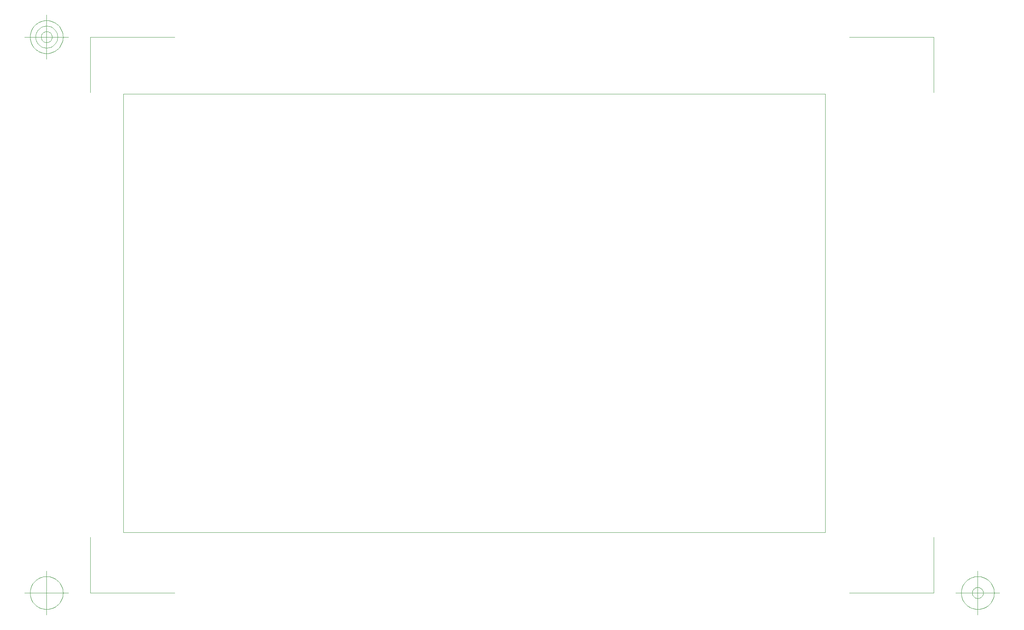
<source format=gbr>
G04 Generated by Ultiboard *
%FSLAX25Y25*%
%MOIN*%

%ADD10C,0.00004*%
%ADD11C,0.00394*%


%LNBoard Outline*%
%LPD*%
%FSLAX25Y25*%
%MOIN*%
G54D10*
X0Y0D02*
X629921Y0D01*
X629921Y0D02*
X629921Y393701D01*
X629921Y393701D02*
X0Y393701D01*
X0Y393701D02*
X0Y0D01*
G54D11*
X-29400Y-54400D02*
X-29400Y-4487D01*
X-29400Y-54400D02*
X46263Y-54400D01*
X727233Y-54400D02*
X651570Y-54400D01*
X727233Y-54400D02*
X727233Y-4487D01*
X727233Y444733D02*
X727233Y394820D01*
X727233Y444733D02*
X651570Y444733D01*
X-29400Y444733D02*
X46263Y444733D01*
X-29400Y444733D02*
X-29400Y394820D01*
X-49085Y-54400D02*
X-88455Y-54400D01*
X-68770Y-74085D02*
X-68770Y-34715D01*
X-54006Y-54400D02*
X-54077Y-52953D01*
X-54077Y-52953D02*
X-54290Y-51520D01*
X-54290Y-51520D02*
X-54642Y-50114D01*
X-54642Y-50114D02*
X-55130Y-48750D01*
X-55130Y-48750D02*
X-55750Y-47440D01*
X-55750Y-47440D02*
X-56494Y-46198D01*
X-56494Y-46198D02*
X-57358Y-45034D01*
X-57358Y-45034D02*
X-58331Y-43960D01*
X-58331Y-43960D02*
X-59404Y-42987D01*
X-59404Y-42987D02*
X-60568Y-42124D01*
X-60568Y-42124D02*
X-61810Y-41380D01*
X-61810Y-41380D02*
X-63120Y-40760D01*
X-63120Y-40760D02*
X-64484Y-40272D01*
X-64484Y-40272D02*
X-65890Y-39920D01*
X-65890Y-39920D02*
X-67323Y-39707D01*
X-67323Y-39707D02*
X-68770Y-39636D01*
X-68770Y-39636D02*
X-70217Y-39707D01*
X-70217Y-39707D02*
X-71650Y-39920D01*
X-71650Y-39920D02*
X-73056Y-40272D01*
X-73056Y-40272D02*
X-74420Y-40760D01*
X-74420Y-40760D02*
X-75730Y-41380D01*
X-75730Y-41380D02*
X-76972Y-42124D01*
X-76972Y-42124D02*
X-78136Y-42987D01*
X-78136Y-42987D02*
X-79210Y-43960D01*
X-79210Y-43960D02*
X-80183Y-45034D01*
X-80183Y-45034D02*
X-81046Y-46198D01*
X-81046Y-46198D02*
X-81791Y-47440D01*
X-81791Y-47440D02*
X-82410Y-48750D01*
X-82410Y-48750D02*
X-82898Y-50114D01*
X-82898Y-50114D02*
X-83250Y-51520D01*
X-83250Y-51520D02*
X-83463Y-52953D01*
X-83463Y-52953D02*
X-83534Y-54400D01*
X-83534Y-54400D02*
X-83463Y-55847D01*
X-83463Y-55847D02*
X-83250Y-57280D01*
X-83250Y-57280D02*
X-82898Y-58686D01*
X-82898Y-58686D02*
X-82410Y-60050D01*
X-82410Y-60050D02*
X-81791Y-61360D01*
X-81791Y-61360D02*
X-81046Y-62602D01*
X-81046Y-62602D02*
X-80183Y-63766D01*
X-80183Y-63766D02*
X-79210Y-64840D01*
X-79210Y-64840D02*
X-78136Y-65813D01*
X-78136Y-65813D02*
X-76972Y-66676D01*
X-76972Y-66676D02*
X-75730Y-67420D01*
X-75730Y-67420D02*
X-74420Y-68040D01*
X-74420Y-68040D02*
X-73056Y-68528D01*
X-73056Y-68528D02*
X-71650Y-68880D01*
X-71650Y-68880D02*
X-70217Y-69093D01*
X-70217Y-69093D02*
X-68770Y-69164D01*
X-68770Y-69164D02*
X-67323Y-69093D01*
X-67323Y-69093D02*
X-65890Y-68880D01*
X-65890Y-68880D02*
X-64484Y-68528D01*
X-64484Y-68528D02*
X-63120Y-68040D01*
X-63120Y-68040D02*
X-61810Y-67420D01*
X-61810Y-67420D02*
X-60568Y-66676D01*
X-60568Y-66676D02*
X-59404Y-65813D01*
X-59404Y-65813D02*
X-58331Y-64840D01*
X-58331Y-64840D02*
X-57358Y-63766D01*
X-57358Y-63766D02*
X-56494Y-62602D01*
X-56494Y-62602D02*
X-55750Y-61360D01*
X-55750Y-61360D02*
X-55130Y-60050D01*
X-55130Y-60050D02*
X-54642Y-58686D01*
X-54642Y-58686D02*
X-54290Y-57280D01*
X-54290Y-57280D02*
X-54077Y-55847D01*
X-54077Y-55847D02*
X-54006Y-54400D01*
X746918Y-54400D02*
X786288Y-54400D01*
X766603Y-74085D02*
X766603Y-34715D01*
X781367Y-54400D02*
X781296Y-52953D01*
X781296Y-52953D02*
X781084Y-51520D01*
X781084Y-51520D02*
X780731Y-50114D01*
X780731Y-50114D02*
X780243Y-48750D01*
X780243Y-48750D02*
X779624Y-47440D01*
X779624Y-47440D02*
X778879Y-46198D01*
X778879Y-46198D02*
X778016Y-45034D01*
X778016Y-45034D02*
X777043Y-43960D01*
X777043Y-43960D02*
X775969Y-42987D01*
X775969Y-42987D02*
X774806Y-42124D01*
X774806Y-42124D02*
X773563Y-41380D01*
X773563Y-41380D02*
X772253Y-40760D01*
X772253Y-40760D02*
X770889Y-40272D01*
X770889Y-40272D02*
X769484Y-39920D01*
X769484Y-39920D02*
X768051Y-39707D01*
X768051Y-39707D02*
X766603Y-39636D01*
X766603Y-39636D02*
X765156Y-39707D01*
X765156Y-39707D02*
X763723Y-39920D01*
X763723Y-39920D02*
X762318Y-40272D01*
X762318Y-40272D02*
X760954Y-40760D01*
X760954Y-40760D02*
X759644Y-41380D01*
X759644Y-41380D02*
X758401Y-42124D01*
X758401Y-42124D02*
X757237Y-42987D01*
X757237Y-42987D02*
X756164Y-43960D01*
X756164Y-43960D02*
X755191Y-45034D01*
X755191Y-45034D02*
X754328Y-46198D01*
X754328Y-46198D02*
X753583Y-47440D01*
X753583Y-47440D02*
X752963Y-48750D01*
X752963Y-48750D02*
X752475Y-50114D01*
X752475Y-50114D02*
X752123Y-51520D01*
X752123Y-51520D02*
X751911Y-52953D01*
X751911Y-52953D02*
X751840Y-54400D01*
X751840Y-54400D02*
X751911Y-55847D01*
X751911Y-55847D02*
X752123Y-57280D01*
X752123Y-57280D02*
X752475Y-58686D01*
X752475Y-58686D02*
X752963Y-60050D01*
X752963Y-60050D02*
X753583Y-61360D01*
X753583Y-61360D02*
X754328Y-62602D01*
X754328Y-62602D02*
X755191Y-63766D01*
X755191Y-63766D02*
X756164Y-64840D01*
X756164Y-64840D02*
X757237Y-65813D01*
X757237Y-65813D02*
X758401Y-66676D01*
X758401Y-66676D02*
X759644Y-67420D01*
X759644Y-67420D02*
X760954Y-68040D01*
X760954Y-68040D02*
X762318Y-68528D01*
X762318Y-68528D02*
X763723Y-68880D01*
X763723Y-68880D02*
X765156Y-69093D01*
X765156Y-69093D02*
X766603Y-69164D01*
X766603Y-69164D02*
X768051Y-69093D01*
X768051Y-69093D02*
X769484Y-68880D01*
X769484Y-68880D02*
X770889Y-68528D01*
X770889Y-68528D02*
X772253Y-68040D01*
X772253Y-68040D02*
X773563Y-67420D01*
X773563Y-67420D02*
X774806Y-66676D01*
X774806Y-66676D02*
X775969Y-65813D01*
X775969Y-65813D02*
X777043Y-64840D01*
X777043Y-64840D02*
X778016Y-63766D01*
X778016Y-63766D02*
X778879Y-62602D01*
X778879Y-62602D02*
X779624Y-61360D01*
X779624Y-61360D02*
X780243Y-60050D01*
X780243Y-60050D02*
X780731Y-58686D01*
X780731Y-58686D02*
X781084Y-57280D01*
X781084Y-57280D02*
X781296Y-55847D01*
X781296Y-55847D02*
X781367Y-54400D01*
X771525Y-54400D02*
X771501Y-53918D01*
X771501Y-53918D02*
X771430Y-53440D01*
X771430Y-53440D02*
X771313Y-52971D01*
X771313Y-52971D02*
X771150Y-52517D01*
X771150Y-52517D02*
X770944Y-52080D01*
X770944Y-52080D02*
X770695Y-51666D01*
X770695Y-51666D02*
X770408Y-51278D01*
X770408Y-51278D02*
X770083Y-50920D01*
X770083Y-50920D02*
X769725Y-50596D01*
X769725Y-50596D02*
X769338Y-50308D01*
X769338Y-50308D02*
X768923Y-50060D01*
X768923Y-50060D02*
X768487Y-49853D01*
X768487Y-49853D02*
X768032Y-49691D01*
X768032Y-49691D02*
X767564Y-49573D01*
X767564Y-49573D02*
X767086Y-49502D01*
X767086Y-49502D02*
X766603Y-49479D01*
X766603Y-49479D02*
X766121Y-49502D01*
X766121Y-49502D02*
X765643Y-49573D01*
X765643Y-49573D02*
X765175Y-49691D01*
X765175Y-49691D02*
X764720Y-49853D01*
X764720Y-49853D02*
X764284Y-50060D01*
X764284Y-50060D02*
X763869Y-50308D01*
X763869Y-50308D02*
X763481Y-50596D01*
X763481Y-50596D02*
X763124Y-50920D01*
X763124Y-50920D02*
X762799Y-51278D01*
X762799Y-51278D02*
X762512Y-51666D01*
X762512Y-51666D02*
X762263Y-52080D01*
X762263Y-52080D02*
X762057Y-52517D01*
X762057Y-52517D02*
X761894Y-52971D01*
X761894Y-52971D02*
X761777Y-53440D01*
X761777Y-53440D02*
X761706Y-53918D01*
X761706Y-53918D02*
X761682Y-54400D01*
X761682Y-54400D02*
X761706Y-54882D01*
X761706Y-54882D02*
X761777Y-55360D01*
X761777Y-55360D02*
X761894Y-55829D01*
X761894Y-55829D02*
X762057Y-56283D01*
X762057Y-56283D02*
X762263Y-56720D01*
X762263Y-56720D02*
X762512Y-57134D01*
X762512Y-57134D02*
X762799Y-57522D01*
X762799Y-57522D02*
X763124Y-57880D01*
X763124Y-57880D02*
X763481Y-58204D01*
X763481Y-58204D02*
X763869Y-58492D01*
X763869Y-58492D02*
X764284Y-58740D01*
X764284Y-58740D02*
X764720Y-58947D01*
X764720Y-58947D02*
X765175Y-59109D01*
X765175Y-59109D02*
X765643Y-59227D01*
X765643Y-59227D02*
X766121Y-59298D01*
X766121Y-59298D02*
X766603Y-59321D01*
X766603Y-59321D02*
X767086Y-59298D01*
X767086Y-59298D02*
X767564Y-59227D01*
X767564Y-59227D02*
X768032Y-59109D01*
X768032Y-59109D02*
X768487Y-58947D01*
X768487Y-58947D02*
X768923Y-58740D01*
X768923Y-58740D02*
X769338Y-58492D01*
X769338Y-58492D02*
X769725Y-58204D01*
X769725Y-58204D02*
X770083Y-57880D01*
X770083Y-57880D02*
X770408Y-57522D01*
X770408Y-57522D02*
X770695Y-57134D01*
X770695Y-57134D02*
X770944Y-56720D01*
X770944Y-56720D02*
X771150Y-56283D01*
X771150Y-56283D02*
X771313Y-55829D01*
X771313Y-55829D02*
X771430Y-55360D01*
X771430Y-55360D02*
X771501Y-54882D01*
X771501Y-54882D02*
X771525Y-54400D01*
X-49085Y444733D02*
X-88455Y444733D01*
X-68770Y425048D02*
X-68770Y464418D01*
X-54006Y444733D02*
X-54077Y446180D01*
X-54077Y446180D02*
X-54290Y447614D01*
X-54290Y447614D02*
X-54642Y449019D01*
X-54642Y449019D02*
X-55130Y450383D01*
X-55130Y450383D02*
X-55750Y451693D01*
X-55750Y451693D02*
X-56494Y452936D01*
X-56494Y452936D02*
X-57358Y454099D01*
X-57358Y454099D02*
X-58331Y455173D01*
X-58331Y455173D02*
X-59404Y456146D01*
X-59404Y456146D02*
X-60568Y457009D01*
X-60568Y457009D02*
X-61810Y457754D01*
X-61810Y457754D02*
X-63120Y458373D01*
X-63120Y458373D02*
X-64484Y458861D01*
X-64484Y458861D02*
X-65890Y459213D01*
X-65890Y459213D02*
X-67323Y459426D01*
X-67323Y459426D02*
X-68770Y459497D01*
X-68770Y459497D02*
X-70217Y459426D01*
X-70217Y459426D02*
X-71650Y459213D01*
X-71650Y459213D02*
X-73056Y458861D01*
X-73056Y458861D02*
X-74420Y458373D01*
X-74420Y458373D02*
X-75730Y457754D01*
X-75730Y457754D02*
X-76972Y457009D01*
X-76972Y457009D02*
X-78136Y456146D01*
X-78136Y456146D02*
X-79210Y455173D01*
X-79210Y455173D02*
X-80183Y454099D01*
X-80183Y454099D02*
X-81046Y452936D01*
X-81046Y452936D02*
X-81791Y451693D01*
X-81791Y451693D02*
X-82410Y450383D01*
X-82410Y450383D02*
X-82898Y449019D01*
X-82898Y449019D02*
X-83250Y447614D01*
X-83250Y447614D02*
X-83463Y446180D01*
X-83463Y446180D02*
X-83534Y444733D01*
X-83534Y444733D02*
X-83463Y443286D01*
X-83463Y443286D02*
X-83250Y441853D01*
X-83250Y441853D02*
X-82898Y440448D01*
X-82898Y440448D02*
X-82410Y439083D01*
X-82410Y439083D02*
X-81791Y437774D01*
X-81791Y437774D02*
X-81046Y436531D01*
X-81046Y436531D02*
X-80183Y435367D01*
X-80183Y435367D02*
X-79210Y434294D01*
X-79210Y434294D02*
X-78136Y433321D01*
X-78136Y433321D02*
X-76972Y432458D01*
X-76972Y432458D02*
X-75730Y431713D01*
X-75730Y431713D02*
X-74420Y431093D01*
X-74420Y431093D02*
X-73056Y430605D01*
X-73056Y430605D02*
X-71650Y430253D01*
X-71650Y430253D02*
X-70217Y430041D01*
X-70217Y430041D02*
X-68770Y429970D01*
X-68770Y429970D02*
X-67323Y430041D01*
X-67323Y430041D02*
X-65890Y430253D01*
X-65890Y430253D02*
X-64484Y430605D01*
X-64484Y430605D02*
X-63120Y431093D01*
X-63120Y431093D02*
X-61810Y431713D01*
X-61810Y431713D02*
X-60568Y432458D01*
X-60568Y432458D02*
X-59404Y433321D01*
X-59404Y433321D02*
X-58331Y434294D01*
X-58331Y434294D02*
X-57358Y435367D01*
X-57358Y435367D02*
X-56494Y436531D01*
X-56494Y436531D02*
X-55750Y437774D01*
X-55750Y437774D02*
X-55130Y439083D01*
X-55130Y439083D02*
X-54642Y440448D01*
X-54642Y440448D02*
X-54290Y441853D01*
X-54290Y441853D02*
X-54077Y443286D01*
X-54077Y443286D02*
X-54006Y444733D01*
X-58928Y444733D02*
X-58975Y445698D01*
X-58975Y445698D02*
X-59117Y446654D01*
X-59117Y446654D02*
X-59351Y447590D01*
X-59351Y447590D02*
X-59677Y448500D01*
X-59677Y448500D02*
X-60090Y449373D01*
X-60090Y449373D02*
X-60586Y450202D01*
X-60586Y450202D02*
X-61162Y450977D01*
X-61162Y450977D02*
X-61810Y451693D01*
X-61810Y451693D02*
X-62526Y452342D01*
X-62526Y452342D02*
X-63302Y452917D01*
X-63302Y452917D02*
X-64130Y453414D01*
X-64130Y453414D02*
X-65004Y453827D01*
X-65004Y453827D02*
X-65913Y454152D01*
X-65913Y454152D02*
X-66850Y454387D01*
X-66850Y454387D02*
X-67805Y454528D01*
X-67805Y454528D02*
X-68770Y454576D01*
X-68770Y454576D02*
X-69735Y454528D01*
X-69735Y454528D02*
X-70690Y454387D01*
X-70690Y454387D02*
X-71627Y454152D01*
X-71627Y454152D02*
X-72537Y453827D01*
X-72537Y453827D02*
X-73410Y453414D01*
X-73410Y453414D02*
X-74238Y452917D01*
X-74238Y452917D02*
X-75014Y452342D01*
X-75014Y452342D02*
X-75730Y451693D01*
X-75730Y451693D02*
X-76378Y450977D01*
X-76378Y450977D02*
X-76954Y450202D01*
X-76954Y450202D02*
X-77450Y449373D01*
X-77450Y449373D02*
X-77863Y448500D01*
X-77863Y448500D02*
X-78189Y447590D01*
X-78189Y447590D02*
X-78423Y446654D01*
X-78423Y446654D02*
X-78565Y445698D01*
X-78565Y445698D02*
X-78613Y444733D01*
X-78613Y444733D02*
X-78565Y443769D01*
X-78565Y443769D02*
X-78423Y442813D01*
X-78423Y442813D02*
X-78189Y441876D01*
X-78189Y441876D02*
X-77863Y440967D01*
X-77863Y440967D02*
X-77450Y440094D01*
X-77450Y440094D02*
X-76954Y439265D01*
X-76954Y439265D02*
X-76378Y438489D01*
X-76378Y438489D02*
X-75730Y437774D01*
X-75730Y437774D02*
X-75014Y437125D01*
X-75014Y437125D02*
X-74238Y436550D01*
X-74238Y436550D02*
X-73410Y436053D01*
X-73410Y436053D02*
X-72537Y435640D01*
X-72537Y435640D02*
X-71627Y435315D01*
X-71627Y435315D02*
X-70690Y435080D01*
X-70690Y435080D02*
X-69735Y434938D01*
X-69735Y434938D02*
X-68770Y434891D01*
X-68770Y434891D02*
X-67805Y434938D01*
X-67805Y434938D02*
X-66850Y435080D01*
X-66850Y435080D02*
X-65913Y435315D01*
X-65913Y435315D02*
X-65004Y435640D01*
X-65004Y435640D02*
X-64130Y436053D01*
X-64130Y436053D02*
X-63302Y436550D01*
X-63302Y436550D02*
X-62526Y437125D01*
X-62526Y437125D02*
X-61810Y437774D01*
X-61810Y437774D02*
X-61162Y438489D01*
X-61162Y438489D02*
X-60586Y439265D01*
X-60586Y439265D02*
X-60090Y440094D01*
X-60090Y440094D02*
X-59677Y440967D01*
X-59677Y440967D02*
X-59351Y441876D01*
X-59351Y441876D02*
X-59117Y442813D01*
X-59117Y442813D02*
X-58975Y443769D01*
X-58975Y443769D02*
X-58928Y444733D01*
X-63849Y444733D02*
X-63873Y445216D01*
X-63873Y445216D02*
X-63943Y445693D01*
X-63943Y445693D02*
X-64061Y446162D01*
X-64061Y446162D02*
X-64223Y446617D01*
X-64223Y446617D02*
X-64430Y447053D01*
X-64430Y447053D02*
X-64678Y447467D01*
X-64678Y447467D02*
X-64966Y447855D01*
X-64966Y447855D02*
X-65290Y448213D01*
X-65290Y448213D02*
X-65648Y448538D01*
X-65648Y448538D02*
X-66036Y448825D01*
X-66036Y448825D02*
X-66450Y449073D01*
X-66450Y449073D02*
X-66887Y449280D01*
X-66887Y449280D02*
X-67342Y449443D01*
X-67342Y449443D02*
X-67810Y449560D01*
X-67810Y449560D02*
X-68288Y449631D01*
X-68288Y449631D02*
X-68770Y449655D01*
X-68770Y449655D02*
X-69252Y449631D01*
X-69252Y449631D02*
X-69730Y449560D01*
X-69730Y449560D02*
X-70199Y449443D01*
X-70199Y449443D02*
X-70653Y449280D01*
X-70653Y449280D02*
X-71090Y449073D01*
X-71090Y449073D02*
X-71504Y448825D01*
X-71504Y448825D02*
X-71892Y448538D01*
X-71892Y448538D02*
X-72250Y448213D01*
X-72250Y448213D02*
X-72574Y447855D01*
X-72574Y447855D02*
X-72862Y447467D01*
X-72862Y447467D02*
X-73110Y447053D01*
X-73110Y447053D02*
X-73317Y446617D01*
X-73317Y446617D02*
X-73479Y446162D01*
X-73479Y446162D02*
X-73597Y445693D01*
X-73597Y445693D02*
X-73668Y445216D01*
X-73668Y445216D02*
X-73691Y444733D01*
X-73691Y444733D02*
X-73668Y444251D01*
X-73668Y444251D02*
X-73597Y443773D01*
X-73597Y443773D02*
X-73479Y443305D01*
X-73479Y443305D02*
X-73317Y442850D01*
X-73317Y442850D02*
X-73110Y442413D01*
X-73110Y442413D02*
X-72862Y441999D01*
X-72862Y441999D02*
X-72574Y441611D01*
X-72574Y441611D02*
X-72250Y441253D01*
X-72250Y441253D02*
X-71892Y440929D01*
X-71892Y440929D02*
X-71504Y440641D01*
X-71504Y440641D02*
X-71090Y440393D01*
X-71090Y440393D02*
X-70653Y440187D01*
X-70653Y440187D02*
X-70199Y440024D01*
X-70199Y440024D02*
X-69730Y439907D01*
X-69730Y439907D02*
X-69252Y439836D01*
X-69252Y439836D02*
X-68770Y439812D01*
X-68770Y439812D02*
X-68288Y439836D01*
X-68288Y439836D02*
X-67810Y439907D01*
X-67810Y439907D02*
X-67342Y440024D01*
X-67342Y440024D02*
X-66887Y440187D01*
X-66887Y440187D02*
X-66450Y440393D01*
X-66450Y440393D02*
X-66036Y440641D01*
X-66036Y440641D02*
X-65648Y440929D01*
X-65648Y440929D02*
X-65290Y441253D01*
X-65290Y441253D02*
X-64966Y441611D01*
X-64966Y441611D02*
X-64678Y441999D01*
X-64678Y441999D02*
X-64430Y442413D01*
X-64430Y442413D02*
X-64223Y442850D01*
X-64223Y442850D02*
X-64061Y443305D01*
X-64061Y443305D02*
X-63943Y443773D01*
X-63943Y443773D02*
X-63873Y444251D01*
X-63873Y444251D02*
X-63849Y444733D01*

M00*

</source>
